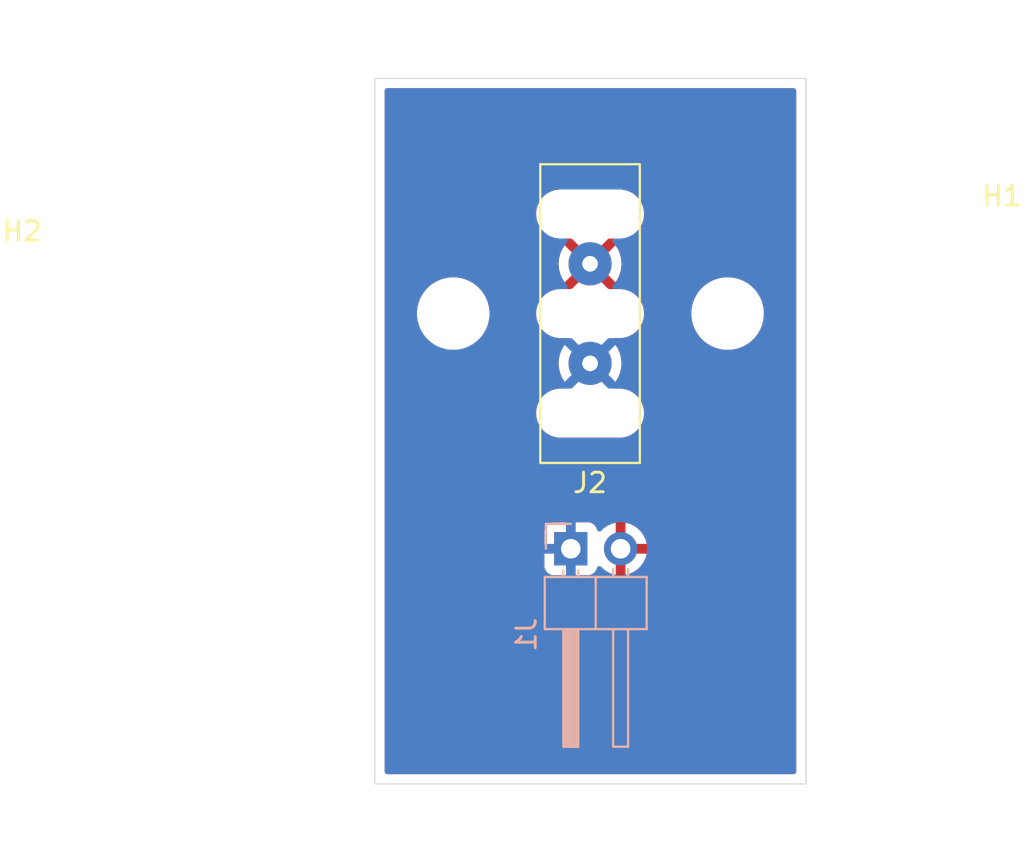
<source format=kicad_pcb>
(kicad_pcb (version 20240108) (generator "pcbnew") (generator_version "8.0")
  (layers (0 "F.Cu" signal) (31 "B.Cu" signal) (34 "B.Paste" user) (35 "F.Paste" user) (36 "B.SilkS" user "B.Silkscreen") (37 "F.SilkS" user "F.Silkscreen") (38 "B.Mask" user) (39 "F.Mask" user) (44 "Edge.Cuts" user))
  (net 0 "")
  (net 1 "GND")
  (net 2 "+5V")
  (footprint "Anyma06:PogoChargeConn" (layer "F.Cu") (at 109.982 94)
    (property "Reference" "J2" (at 0 8.636 0) (layer "F.SilkS"))
    (property "Value" "Charge")
    (fp_rect (start -2.54 -7.62) (end 2.54 7.62) (stroke (width 0.12)) (fill none) (layer "F.SilkS"))
    (pad "" np_thru_hole oval (at 0 -5.08) (size 5 2) (drill oval 5 2) (layers "F&B.Cu" "*.Mask"))
    (pad "" np_thru_hole oval (at 0 0) (size 5 2) (drill oval 5 2) (layers "F&B.Cu" "*.Mask"))
    (pad "" np_thru_hole oval (at 0 5.08) (size 5 2) (drill oval 5 2) (layers "F&B.Cu" "*.Mask"))
    (pad "1" thru_hole circle (at 0 -2.54) (size 2.2 2.2) (drill 0.8) (layers "*.Cu" "*.Mask") (net 2 "+5V"))
    (pad "2" thru_hole circle (at 0 2.54) (size 2.2 2.2) (drill 0.8) (layers "*.Cu" "*.Mask") (net 1 "GND"))
  )
  (footprint "MountingHole:MountingHole_3.2mm_M3" (layer "F.Cu") (at 117 94)
    (property "Reference" "H1" (at 14 -6 0) (layer "F.SilkS"))
    (property "Value" "MountingHole")
    (pad "" np_thru_hole circle (at 0 0) (size 3.2 3.2) (drill 3.2) (layers "*.Cu" "*.Mask"))
  )
  (footprint "MountingHole:MountingHole_3.2mm_M3" (layer "F.Cu") (at 103 94)
    (property "Reference" "H2" (at -22 -4.2 0) (layer "F.SilkS"))
    (property "Value" "MountingHole")
    (pad "" np_thru_hole circle (at 0 0) (size 3.2 3.2) (drill 3.2) (layers "*.Cu" "*.Mask"))
  )
  (footprint "Connector_PinHeader_2.54mm:PinHeader_1x02_P2.54mm_Horizontal" (layer "B.Cu") (at 109 106 -90)
    (property "Reference" "J1" (at 4.385 2.27 90) (layer "B.SilkS") (effects (justify mirror)))
    (property "Value" "BATT")
    (fp_line (start 1.44 1.33) (end 4.1 1.33) (stroke (width 0.12)) (layer "B.SilkS"))
    (fp_line (start 4.1 1.33) (end 4.1 -3.87) (stroke (width 0.12)) (layer "B.SilkS"))
    (fp_line (start -1.27 1.27) (end -1.27 0) (stroke (width 0.12)) (layer "B.SilkS"))
    (fp_line (start 0 1.27) (end -1.27 1.27) (stroke (width 0.12)) (layer "B.SilkS"))
    (fp_line (start 1.44 0.38) (end 1.11 0.38) (stroke (width 0.12)) (layer "B.SilkS"))
    (fp_line (start 10.1 0.38) (end 4.1 0.38) (stroke (width 0.12)) (layer "B.SilkS"))
    (fp_line (start 10.1 0.32) (end 4.1 0.32) (stroke (width 0.12)) (layer "B.SilkS"))
    (fp_line (start 10.1 0.2) (end 4.1 0.2) (stroke (width 0.12)) (layer "B.SilkS"))
    (fp_line (start 10.1 0.08) (end 4.1 0.08) (stroke (width 0.12)) (layer "B.SilkS"))
    (fp_line (start 10.1 -0.04) (end 4.1 -0.04) (stroke (width 0.12)) (layer "B.SilkS"))
    (fp_line (start 10.1 -0.16) (end 4.1 -0.16) (stroke (width 0.12)) (layer "B.SilkS"))
    (fp_line (start 10.1 -0.28) (end 4.1 -0.28) (stroke (width 0.12)) (layer "B.SilkS"))
    (fp_line (start 1.44 -0.38) (end 1.11 -0.38) (stroke (width 0.12)) (layer "B.SilkS"))
    (fp_line (start 4.1 -0.38) (end 10.1 -0.38) (stroke (width 0.12)) (layer "B.SilkS"))
    (fp_line (start 10.1 -0.38) (end 10.1 0.38) (stroke (width 0.12)) (layer "B.SilkS"))
    (fp_line (start 4.1 -1.27) (end 1.44 -1.27) (stroke (width 0.12)) (layer "B.SilkS"))
    (fp_line (start 1.44 -2.16) (end 1.042929 -2.16) (stroke (width 0.12)) (layer "B.SilkS"))
    (fp_line (start 10.1 -2.16) (end 4.1 -2.16) (stroke (width 0.12)) (layer "B.SilkS"))
    (fp_line (start 1.44 -2.92) (end 1.042929 -2.92) (stroke (width 0.12)) (layer "B.SilkS"))
    (fp_line (start 4.1 -2.92) (end 10.1 -2.92) (stroke (width 0.12)) (layer "B.SilkS"))
    (fp_line (start 10.1 -2.92) (end 10.1 -2.16) (stroke (width 0.12)) (layer "B.SilkS"))
    (fp_line (start 1.44 -3.87) (end 1.44 1.33) (stroke (width 0.12)) (layer "B.SilkS"))
    (fp_line (start 4.1 -3.87) (end 1.44 -3.87) (stroke (width 0.12)) (layer "B.SilkS"))
    (pad "1" thru_hole rect (at 0 0 270) (size 1.7 1.7) (drill 1) (layers "*.Cu" "*.Mask") (net 1 "GND"))
    (pad "2" thru_hole oval (at 0 -2.54 270) (size 1.7 1.7) (drill 1) (layers "*.Cu" "*.Mask") (net 2 "+5V"))
  )
  (gr_rect (start 99 82) (end 121 118) (stroke (width 0.05)) (fill none) (layer "Edge.Cuts"))
  (zone (net 2) (net_name "+5V") (layer "F.Cu") (connect_pads (clearance 0.5)) (min_thickness 0.25) (fill yes (thermal_gap 0.5) (thermal_bridge_width 0.5))
    (polygon (pts (xy 96 80) (xy 123 80) (xy 123 121) (xy 95 121)))
  )
  (zone (net 1) (net_name "GND") (layer "B.Cu") (priority 1) (connect_pads (clearance 0.5)) (min_thickness 0.25) (fill yes (thermal_gap 0.5) (thermal_bridge_width 0.5))
    (polygon (pts (xy 94 78) (xy 124 78) (xy 123 122) (xy 94 122)))
  )
)
</source>
